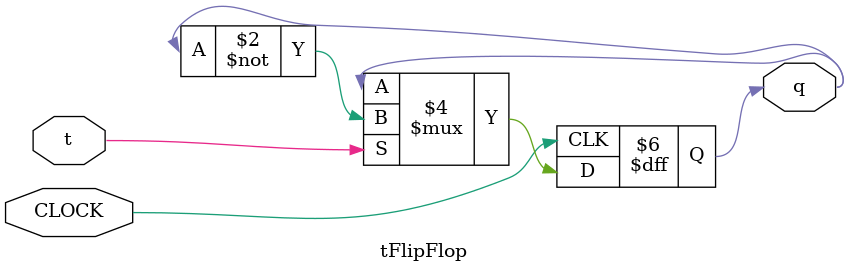
<source format=v>
`timescale 1ns / 1ps


module tFlipFlop(
    input t,
    input CLOCK,
    output reg q = 0
    );
    always @(posedge CLOCK)
    begin
        if (t)
            begin
            q <= ~q;
            end
    end
endmodule

</source>
